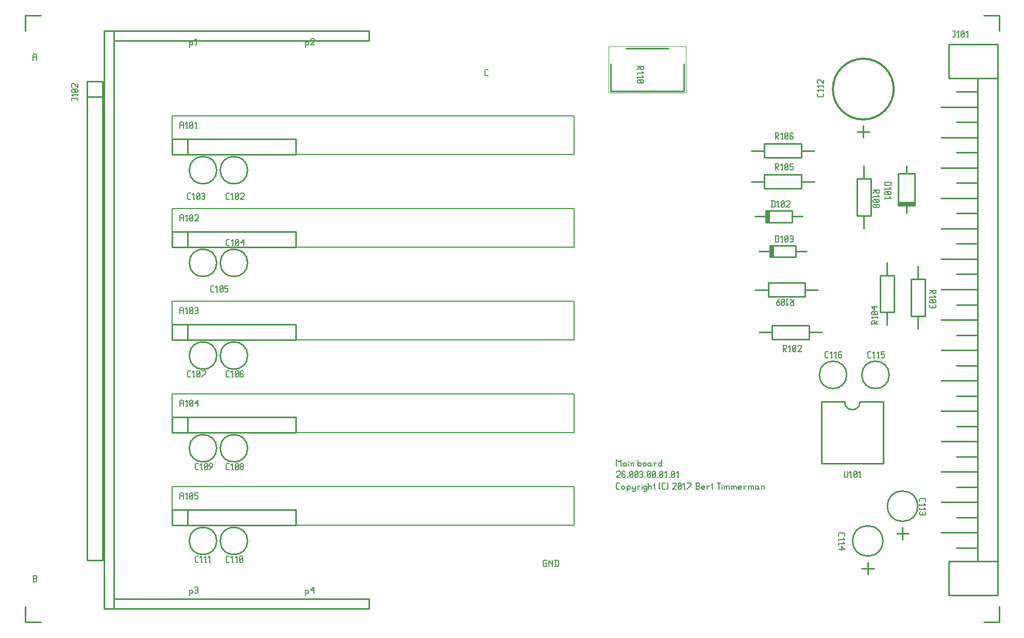
<source format=gto>
G04 start of page 10 for group -4079 idx -4079 *
G04 Title: 26.003.00.01.01.pcb, topsilk *
G04 Creator: pcb 4.1.2 *
G04 CreationDate: Sun Jul 29 08:17:15 2018 UTC *
G04 For: bert *
G04 Format: Gerber/RS-274X *
G04 PCB-Dimensions (mil): 6496.06 4133.86 *
G04 PCB-Coordinate-Origin: lower left *
%MOIN*%
%FSLAX25Y25*%
%LNGTO*%
%ADD90C,0.0000*%
%ADD89C,0.0120*%
%ADD88C,0.0080*%
%ADD87C,0.0100*%
G54D87*X222441Y29528D02*Y35827D01*
X51181Y29528D02*X222441D01*
X630000Y20886D02*Y30886D01*
Y20886D02*X620000D01*
G54D88*X355000Y348386D02*Y323386D01*
X175000D01*
X355000Y288386D02*Y263386D01*
X95000Y108386D02*X355000D01*
Y83386D01*
X175000D01*
G54D87*X0Y413386D02*X10000D01*
X51181Y403543D02*X222441D01*
X57480Y397244D02*X222441D01*
Y403543D02*Y397244D01*
X0Y413386D02*Y403386D01*
G54D88*X95000Y348386D02*X355000D01*
G54D87*X57480Y403543D02*Y29528D01*
G54D88*X95000Y333386D02*Y348386D01*
Y273386D02*Y288386D01*
Y213386D02*Y228386D01*
Y153386D02*Y168386D01*
G54D87*X51181Y403543D02*Y29528D01*
G54D88*X95000Y288386D02*X355000D01*
Y263386D02*X175000D01*
X95000Y228386D02*X355000D01*
Y203386D01*
X175000D01*
X95000Y168386D02*X355000D01*
Y143386D01*
X175000D01*
G54D87*X57480Y35827D02*X222441D01*
G54D88*X95000Y93386D02*Y108386D01*
X382500Y117886D02*X383000Y118386D01*
X384500D01*
X385000Y117886D01*
Y116886D01*
X382500Y114386D02*X385000Y116886D01*
X382500Y114386D02*X385000D01*
X387700Y118386D02*X388200Y117886D01*
X386700Y118386D02*X387700D01*
X386200Y117886D02*X386700Y118386D01*
X386200Y117886D02*Y114886D01*
X386700Y114386D01*
X387700Y116386D02*X388200Y115886D01*
X386200Y116386D02*X387700D01*
X386700Y114386D02*X387700D01*
X388200Y114886D01*
Y115886D02*Y114886D01*
X389400Y114386D02*X389900D01*
X391100Y114886D02*X391600Y114386D01*
X391100Y117886D02*Y114886D01*
Y117886D02*X391600Y118386D01*
X392600D01*
X393100Y117886D01*
Y114886D01*
X392600Y114386D02*X393100Y114886D01*
X391600Y114386D02*X392600D01*
X391100Y115386D02*X393100Y117386D01*
X394300Y114886D02*X394800Y114386D01*
X394300Y117886D02*Y114886D01*
Y117886D02*X394800Y118386D01*
X395800D01*
X396300Y117886D01*
Y114886D01*
X395800Y114386D02*X396300Y114886D01*
X394800Y114386D02*X395800D01*
X394300Y115386D02*X396300Y117386D01*
X397500Y117886D02*X398000Y118386D01*
X399000D01*
X399500Y117886D01*
Y114886D01*
X399000Y114386D02*X399500Y114886D01*
X398000Y114386D02*X399000D01*
X397500Y114886D02*X398000Y114386D01*
Y116386D02*X399500D01*
X400700Y114386D02*X401200D01*
X402400Y114886D02*X402900Y114386D01*
X402400Y117886D02*Y114886D01*
Y117886D02*X402900Y118386D01*
X403900D01*
X404400Y117886D01*
Y114886D01*
X403900Y114386D02*X404400Y114886D01*
X402900Y114386D02*X403900D01*
X402400Y115386D02*X404400Y117386D01*
X405600Y114886D02*X406100Y114386D01*
X405600Y117886D02*Y114886D01*
Y117886D02*X406100Y118386D01*
X407100D01*
X407600Y117886D01*
Y114886D01*
X407100Y114386D02*X407600Y114886D01*
X406100Y114386D02*X407100D01*
X405600Y115386D02*X407600Y117386D01*
X408800Y114386D02*X409300D01*
X410500Y114886D02*X411000Y114386D01*
X410500Y117886D02*Y114886D01*
Y117886D02*X411000Y118386D01*
X412000D01*
X412500Y117886D01*
Y114886D01*
X412000Y114386D02*X412500Y114886D01*
X411000Y114386D02*X412000D01*
X410500Y115386D02*X412500Y117386D01*
X414200Y114386D02*X415200D01*
X414700Y118386D02*Y114386D01*
X413700Y117386D02*X414700Y118386D01*
X416400Y114386D02*X416900D01*
X418100Y114886D02*X418600Y114386D01*
X418100Y117886D02*Y114886D01*
Y117886D02*X418600Y118386D01*
X419600D01*
X420100Y117886D01*
Y114886D01*
X419600Y114386D02*X420100Y114886D01*
X418600Y114386D02*X419600D01*
X418100Y115386D02*X420100Y117386D01*
X421800Y114386D02*X422800D01*
X422300Y118386D02*Y114386D01*
X421300Y117386D02*X422300Y118386D01*
X383000Y106886D02*X384500D01*
X382500Y107386D02*X383000Y106886D01*
X382500Y110386D02*Y107386D01*
Y110386D02*X383000Y110886D01*
X384500D01*
X385700Y108386D02*Y107386D01*
Y108386D02*X386200Y108886D01*
X387200D01*
X387700Y108386D01*
Y107386D01*
X387200Y106886D02*X387700Y107386D01*
X386200Y106886D02*X387200D01*
X385700Y107386D02*X386200Y106886D01*
X389400Y108386D02*Y105386D01*
X388900Y108886D02*X389400Y108386D01*
X389900Y108886D01*
X390900D01*
X391400Y108386D01*
Y107386D01*
X390900Y106886D02*X391400Y107386D01*
X389900Y106886D02*X390900D01*
X389400Y107386D02*X389900Y106886D01*
X392600Y108886D02*Y107386D01*
X393100Y106886D01*
X394600Y108886D02*Y105886D01*
X394100Y105386D02*X394600Y105886D01*
X393100Y105386D02*X394100D01*
X392600Y105886D02*X393100Y105386D01*
Y106886D02*X394100D01*
X394600Y107386D01*
X396300Y108386D02*Y106886D01*
Y108386D02*X396800Y108886D01*
X397800D01*
X395800D02*X396300Y108386D01*
X399000Y109886D02*Y109386D01*
Y108386D02*Y106886D01*
X401500Y108886D02*X402000Y108386D01*
X400500Y108886D02*X401500D01*
X400000Y108386D02*X400500Y108886D01*
X400000Y108386D02*Y107386D01*
X400500Y106886D01*
X401500D01*
X402000Y107386D01*
X400000Y105886D02*X400500Y105386D01*
X401500D01*
X402000Y105886D01*
Y108886D02*Y105886D01*
X403200Y110886D02*Y106886D01*
Y108386D02*X403700Y108886D01*
X404700D01*
X405200Y108386D01*
Y106886D01*
X406900Y110886D02*Y107386D01*
X407400Y106886D01*
X406400Y109386D02*X407400D01*
X410200Y107386D02*X410700Y106886D01*
X410200Y110386D02*X410700Y110886D01*
X410200Y110386D02*Y107386D01*
X412400Y106886D02*X413900D01*
X411900Y107386D02*X412400Y106886D01*
X411900Y110386D02*Y107386D01*
Y110386D02*X412400Y110886D01*
X413900D01*
X415100D02*X415600Y110386D01*
Y107386D01*
X415100Y106886D02*X415600Y107386D01*
X418600Y110386D02*X419100Y110886D01*
X420600D01*
X421100Y110386D01*
Y109386D01*
X418600Y106886D02*X421100Y109386D01*
X418600Y106886D02*X421100D01*
X422300Y107386D02*X422800Y106886D01*
X422300Y110386D02*Y107386D01*
Y110386D02*X422800Y110886D01*
X423800D01*
X424300Y110386D01*
Y107386D01*
X423800Y106886D02*X424300Y107386D01*
X422800Y106886D02*X423800D01*
X422300Y107886D02*X424300Y109886D01*
X426000Y106886D02*X427000D01*
X426500Y110886D02*Y106886D01*
X425500Y109886D02*X426500Y110886D01*
X428200Y106886D02*X430700Y109386D01*
Y110886D02*Y109386D01*
X428200Y110886D02*X430700D01*
X433700Y106886D02*X435700D01*
X436200Y107386D01*
Y108386D02*Y107386D01*
X435700Y108886D02*X436200Y108386D01*
X434200Y108886D02*X435700D01*
X434200Y110886D02*Y106886D01*
X433700Y110886D02*X435700D01*
X436200Y110386D01*
Y109386D01*
X435700Y108886D02*X436200Y109386D01*
X437900Y106886D02*X439400D01*
X437400Y107386D02*X437900Y106886D01*
X437400Y108386D02*Y107386D01*
Y108386D02*X437900Y108886D01*
X438900D01*
X439400Y108386D01*
X437400Y107886D02*X439400D01*
Y108386D02*Y107886D01*
X441100Y108386D02*Y106886D01*
Y108386D02*X441600Y108886D01*
X442600D01*
X440600D02*X441100Y108386D01*
X444300Y110886D02*Y107386D01*
X444800Y106886D01*
X443800Y109386D02*X444800D01*
X447600Y110886D02*X449600D01*
X448600D02*Y106886D01*
X450800Y109886D02*Y109386D01*
Y108386D02*Y106886D01*
X452300Y108386D02*Y106886D01*
Y108386D02*X452800Y108886D01*
X453300D01*
X453800Y108386D01*
Y106886D01*
Y108386D02*X454300Y108886D01*
X454800D01*
X455300Y108386D01*
Y106886D01*
X451800Y108886D02*X452300Y108386D01*
X457000D02*Y106886D01*
Y108386D02*X457500Y108886D01*
X458000D01*
X458500Y108386D01*
Y106886D01*
Y108386D02*X459000Y108886D01*
X459500D01*
X460000Y108386D01*
Y106886D01*
X456500Y108886D02*X457000Y108386D01*
X461700Y106886D02*X463200D01*
X461200Y107386D02*X461700Y106886D01*
X461200Y108386D02*Y107386D01*
Y108386D02*X461700Y108886D01*
X462700D01*
X463200Y108386D01*
X461200Y107886D02*X463200D01*
Y108386D02*Y107886D01*
X464900Y108386D02*Y106886D01*
Y108386D02*X465400Y108886D01*
X466400D01*
X464400D02*X464900Y108386D01*
X468100D02*Y106886D01*
Y108386D02*X468600Y108886D01*
X469100D01*
X469600Y108386D01*
Y106886D01*
Y108386D02*X470100Y108886D01*
X470600D01*
X471100Y108386D01*
Y106886D01*
X467600Y108886D02*X468100Y108386D01*
X473800Y108886D02*X474300Y108386D01*
X472800Y108886D02*X473800D01*
X472300Y108386D02*X472800Y108886D01*
X472300Y108386D02*Y107386D01*
X472800Y106886D01*
X474300Y108886D02*Y107386D01*
X474800Y106886D01*
X472800D02*X473800D01*
X474300Y107386D01*
X476500Y108386D02*Y106886D01*
Y108386D02*X477000Y108886D01*
X477500D01*
X478000Y108386D01*
Y106886D01*
X476000Y108886D02*X476500Y108386D01*
X382500Y125886D02*Y121886D01*
Y125886D02*X384000Y124386D01*
X385500Y125886D01*
Y121886D01*
X388200Y123886D02*X388700Y123386D01*
X387200Y123886D02*X388200D01*
X386700Y123386D02*X387200Y123886D01*
X386700Y123386D02*Y122386D01*
X387200Y121886D01*
X388700Y123886D02*Y122386D01*
X389200Y121886D01*
X387200D02*X388200D01*
X388700Y122386D01*
X390400Y124886D02*Y124386D01*
Y123386D02*Y121886D01*
X391900Y123386D02*Y121886D01*
Y123386D02*X392400Y123886D01*
X392900D01*
X393400Y123386D01*
Y121886D01*
X391400Y123886D02*X391900Y123386D01*
X396400Y125886D02*Y121886D01*
Y122386D02*X396900Y121886D01*
X397900D01*
X398400Y122386D01*
Y123386D02*Y122386D01*
X397900Y123886D02*X398400Y123386D01*
X396900Y123886D02*X397900D01*
X396400Y123386D02*X396900Y123886D01*
X399600Y123386D02*Y122386D01*
Y123386D02*X400100Y123886D01*
X401100D01*
X401600Y123386D01*
Y122386D01*
X401100Y121886D02*X401600Y122386D01*
X400100Y121886D02*X401100D01*
X399600Y122386D02*X400100Y121886D01*
X404300Y123886D02*X404800Y123386D01*
X403300Y123886D02*X404300D01*
X402800Y123386D02*X403300Y123886D01*
X402800Y123386D02*Y122386D01*
X403300Y121886D01*
X404800Y123886D02*Y122386D01*
X405300Y121886D01*
X403300D02*X404300D01*
X404800Y122386D01*
X407000Y123386D02*Y121886D01*
Y123386D02*X407500Y123886D01*
X408500D01*
X406500D02*X407000Y123386D01*
X411700Y125886D02*Y121886D01*
X411200D02*X411700Y122386D01*
X410200Y121886D02*X411200D01*
X409700Y122386D02*X410200Y121886D01*
X409700Y123386D02*Y122386D01*
Y123386D02*X410200Y123886D01*
X411200D01*
X411700Y123386D01*
G54D87*X0Y20886D02*Y30886D01*
Y20886D02*X10000D01*
X40000Y60886D02*X50000D01*
Y370886D02*Y60886D01*
X40000Y370886D02*Y60886D01*
Y360886D02*X50000D01*
X40000Y370886D02*X50000D01*
X143858Y133386D02*G75*G03X143858Y133386I-8858J0D01*G01*
X123858D02*G75*G03X123858Y133386I-8858J0D01*G01*
X143858Y193386D02*G75*G03X143858Y193386I-8858J0D01*G01*
X123858D02*G75*G03X123858Y193386I-8858J0D01*G01*
X143858Y313386D02*G75*G03X143858Y313386I-8858J0D01*G01*
X123858D02*G75*G03X123858Y313386I-8858J0D01*G01*
X143858Y253386D02*G75*G03X143858Y253386I-8858J0D01*G01*
X123858D02*G75*G03X123858Y253386I-8858J0D01*G01*
X143858Y73386D02*G75*G03X143858Y73386I-8858J0D01*G01*
X123858D02*G75*G03X123858Y73386I-8858J0D01*G01*
X630000Y413386D02*Y403386D01*
Y413386D02*X620000D01*
X547000Y307786D02*Y283986D01*
X538000Y307786D02*Y283986D01*
Y307786D02*X547000D01*
X538000Y283986D02*X547000D01*
X542500Y316186D02*Y307786D01*
Y283986D02*Y275586D01*
X538169Y338327D02*X546043D01*
X542106Y342264D02*Y334390D01*
G54D89*Y346201D02*G75*G03X542106Y346201I0J19685D01*G01*
G54D87*X564700Y292686D02*X575300D01*
X564700Y292186D02*X575300D01*
X564700Y291686D02*X575300D01*
X564700Y291186D02*X575300D01*
Y311086D02*Y290686D01*
X564700Y311086D02*Y290686D01*
Y311086D02*X575300D01*
X564700Y290686D02*X575300D01*
X570000Y316186D02*Y311086D01*
Y290686D02*Y285586D01*
X541063Y55670D02*X548937D01*
X545000Y59607D02*Y51733D01*
Y63544D02*G75*G03X545000Y63544I0J9843D01*G01*
X558858Y180886D02*G75*G03X558858Y180886I-8858J0D01*G01*
X563563Y78170D02*X571437D01*
X567500Y82107D02*Y74233D01*
Y86044D02*G75*G03X567500Y86044I0J9843D01*G01*
X483600Y264586D02*Y257186D01*
X483100Y264586D02*Y257186D01*
X482600Y264586D02*Y257186D01*
X482100Y264586D02*Y257186D01*
X481600D02*X498400D01*
X481600Y264586D02*X498400D01*
Y257186D01*
X481600Y264586D02*Y257186D01*
X498400Y260886D02*X505300D01*
X474700D02*X481600D01*
X480600Y231386D02*X504400D01*
X480600Y240386D02*X504400D01*
Y231386D01*
X480600Y240386D02*Y231386D01*
X504400Y235886D02*X512800D01*
X472200D02*X480600D01*
X481100Y287086D02*Y279686D01*
X480600Y287086D02*Y279686D01*
X480100Y287086D02*Y279686D01*
X479600Y287086D02*Y279686D01*
X479100D02*X495900D01*
X479100Y287086D02*X495900D01*
Y279686D01*
X479100Y287086D02*Y279686D01*
X495900Y283386D02*X502800D01*
X472200D02*X479100D01*
X597242Y60237D02*X629132D01*
X597242D02*Y38190D01*
X629132D01*
X597242Y372836D02*X629132D01*
X597242Y394883D02*Y372836D01*
Y394883D02*X629132D01*
X602360Y68899D02*X616140D01*
X592518Y78741D02*X616140D01*
X615746Y108269D02*X616140Y107875D01*
X602360Y108269D02*X615746D01*
X592518Y314961D02*X616139D01*
X602360Y324804D02*X616140D01*
X602360Y344489D02*X616140D01*
X592518Y354332D02*X616140D01*
X592518Y98426D02*X616140D01*
X602360Y88584D02*X616140D01*
X592518Y137796D02*X616140D01*
X602360Y127954D02*X616140D01*
X592518Y118111D02*X616140D01*
X602360Y167324D02*X616140D01*
X592518Y157481D02*X616140D01*
X602360Y147639D02*X616140D01*
X592518Y196852D02*X616140D01*
X602360Y187009D02*X616140D01*
X592518Y177167D02*X616140D01*
X602360Y226379D02*X616140D01*
X592518Y216537D02*X616140D01*
X602360Y206694D02*X616140D01*
X602360Y246064D02*X616140D01*
X592518Y295276D02*X616139D01*
X616140Y295277D01*
X602360Y305119D02*X616140D01*
X616139Y314961D02*X616140Y314962D01*
X592518Y255906D02*X616139D01*
X616140Y255907D01*
X602360Y265749D02*X616140D01*
X616139Y275591D02*X616140Y275592D01*
X616139Y236221D02*X616140Y236222D01*
X592518Y275591D02*X616139D01*
X602360Y285434D02*X616140D01*
X592518Y236221D02*X616139D01*
X602360Y364174D02*X616140D01*
X592518Y334647D02*X616140D01*
Y372836D02*Y60237D01*
X629132Y394883D02*Y38190D01*
X553000Y245286D02*Y221486D01*
X562000Y245286D02*Y221486D01*
X553000D02*X562000D01*
X553000Y245286D02*X562000D01*
X557500Y221486D02*Y213086D01*
Y253686D02*Y245286D01*
X573000Y242786D02*Y218986D01*
X582000Y242786D02*Y218986D01*
X573000D02*X582000D01*
X573000Y242786D02*X582000D01*
X577500Y218986D02*Y210586D01*
Y251186D02*Y242786D01*
X531358Y180886D02*G75*G03X531358Y180886I-8858J0D01*G01*
X540000Y163386D02*X555000D01*
X515000D02*X530000D01*
X555000Y123386D02*Y163386D01*
X515000Y123386D02*X555000D01*
X515000Y163386D02*Y123386D01*
X530000Y163386D02*G75*G03X540000Y163386I5000J0D01*G01*
G54D90*X427500Y393386D02*Y363386D01*
X377500Y393386D02*X427500D01*
X377500D02*Y363386D01*
X427500D01*
G54D87*X426122Y382165D02*Y364606D01*
X388878Y392165D02*X416122D01*
X378878Y382165D02*Y364606D01*
X426122D01*
X483100Y203886D02*X506900D01*
X483100Y212886D02*X506900D01*
Y203886D01*
X483100Y212886D02*Y203886D01*
X506900Y208386D02*X515300D01*
X474700D02*X483100D01*
X175000Y213386D02*Y203386D01*
X95000Y213386D02*X175000D01*
X95000Y203386D02*X175000D01*
X105000Y213386D02*Y203386D01*
X95000Y213386D02*Y203386D01*
X478100Y301386D02*X501900D01*
X478100Y310386D02*X501900D01*
Y301386D01*
X478100Y310386D02*Y301386D01*
X501900Y305886D02*X510300D01*
X478100D02*X469700D01*
X478100Y321386D02*X501900D01*
X478100Y330386D02*X501900D01*
Y321386D01*
X478100Y330386D02*Y321386D01*
X501900Y325886D02*X510300D01*
X478100D02*X469700D01*
X175000Y333386D02*Y323386D01*
X95000Y333386D02*X175000D01*
X95000Y323386D02*X175000D01*
X105000Y333386D02*Y323386D01*
X95000Y333386D02*Y323386D01*
X175000Y273386D02*Y263386D01*
X95000Y273386D02*X175000D01*
X95000Y263386D02*X175000D01*
X105000Y273386D02*Y263386D01*
X95000Y273386D02*Y263386D01*
X175000Y153386D02*Y143386D01*
X95000Y153386D02*X175000D01*
X95000Y143386D02*X175000D01*
X105000Y153386D02*Y143386D01*
X95000Y153386D02*Y143386D01*
X175000Y93386D02*Y83386D01*
X95000Y93386D02*X175000D01*
X95000Y83386D02*X175000D01*
X105000Y93386D02*Y83386D01*
X95000Y93386D02*Y83386D01*
G54D88*X5000Y46886D02*X7000D01*
X7500Y47386D01*
Y48386D02*Y47386D01*
X7000Y48886D02*X7500Y48386D01*
X5500Y48886D02*X7000D01*
X5500Y50886D02*Y46886D01*
X5000Y50886D02*X7000D01*
X7500Y50386D01*
Y49386D01*
X7000Y48886D02*X7500Y49386D01*
X130500Y179386D02*X132000D01*
X130000Y179886D02*X130500Y179386D01*
X130000Y182886D02*Y179886D01*
Y182886D02*X130500Y183386D01*
X132000D01*
X133700Y179386D02*X134700D01*
X134200Y183386D02*Y179386D01*
X133200Y182386D02*X134200Y183386D01*
X135900Y179886D02*X136400Y179386D01*
X135900Y182886D02*Y179886D01*
Y182886D02*X136400Y183386D01*
X137400D01*
X137900Y182886D01*
Y179886D01*
X137400Y179386D02*X137900Y179886D01*
X136400Y179386D02*X137400D01*
X135900Y180386D02*X137900Y182386D01*
X140600Y183386D02*X141100Y182886D01*
X139600Y183386D02*X140600D01*
X139100Y182886D02*X139600Y183386D01*
X139100Y182886D02*Y179886D01*
X139600Y179386D01*
X140600Y181386D02*X141100Y180886D01*
X139100Y181386D02*X140600D01*
X139600Y179386D02*X140600D01*
X141100Y179886D01*
Y180886D02*Y179886D01*
X105500Y179386D02*X107000D01*
X105000Y179886D02*X105500Y179386D01*
X105000Y182886D02*Y179886D01*
Y182886D02*X105500Y183386D01*
X107000D01*
X108700Y179386D02*X109700D01*
X109200Y183386D02*Y179386D01*
X108200Y182386D02*X109200Y183386D01*
X110900Y179886D02*X111400Y179386D01*
X110900Y182886D02*Y179886D01*
Y182886D02*X111400Y183386D01*
X112400D01*
X112900Y182886D01*
Y179886D01*
X112400Y179386D02*X112900Y179886D01*
X111400Y179386D02*X112400D01*
X110900Y180386D02*X112900Y182386D01*
X114100Y179386D02*X116600Y181886D01*
Y183386D02*Y181886D01*
X114100Y183386D02*X116600D01*
X106500Y40886D02*Y37886D01*
X106000Y41386D02*X106500Y40886D01*
X107000Y41386D01*
X108000D01*
X108500Y40886D01*
Y39886D01*
X108000Y39386D02*X108500Y39886D01*
X107000Y39386D02*X108000D01*
X106500Y39886D02*X107000Y39386D01*
X109700Y42886D02*X110200Y43386D01*
X111200D01*
X111700Y42886D01*
Y39886D01*
X111200Y39386D02*X111700Y39886D01*
X110200Y39386D02*X111200D01*
X109700Y39886D02*X110200Y39386D01*
Y41386D02*X111700D01*
X130500Y119386D02*X132000D01*
X130000Y119886D02*X130500Y119386D01*
X130000Y122886D02*Y119886D01*
Y122886D02*X130500Y123386D01*
X132000D01*
X133700Y119386D02*X134700D01*
X134200Y123386D02*Y119386D01*
X133200Y122386D02*X134200Y123386D01*
X135900Y119886D02*X136400Y119386D01*
X135900Y122886D02*Y119886D01*
Y122886D02*X136400Y123386D01*
X137400D01*
X137900Y122886D01*
Y119886D01*
X137400Y119386D02*X137900Y119886D01*
X136400Y119386D02*X137400D01*
X135900Y120386D02*X137900Y122386D01*
X139100Y119886D02*X139600Y119386D01*
X139100Y120886D02*Y119886D01*
Y120886D02*X139600Y121386D01*
X140600D01*
X141100Y120886D01*
Y119886D01*
X140600Y119386D02*X141100Y119886D01*
X139600Y119386D02*X140600D01*
X139100Y121886D02*X139600Y121386D01*
X139100Y122886D02*Y121886D01*
Y122886D02*X139600Y123386D01*
X140600D01*
X141100Y122886D01*
Y121886D01*
X140600Y121386D02*X141100Y121886D01*
X110500Y119386D02*X112000D01*
X110000Y119886D02*X110500Y119386D01*
X110000Y122886D02*Y119886D01*
Y122886D02*X110500Y123386D01*
X112000D01*
X113700Y119386D02*X114700D01*
X114200Y123386D02*Y119386D01*
X113200Y122386D02*X114200Y123386D01*
X115900Y119886D02*X116400Y119386D01*
X115900Y122886D02*Y119886D01*
Y122886D02*X116400Y123386D01*
X117400D01*
X117900Y122886D01*
Y119886D01*
X117400Y119386D02*X117900Y119886D01*
X116400Y119386D02*X117400D01*
X115900Y120386D02*X117900Y122386D01*
X119100Y119386D02*X121100Y121386D01*
Y122886D02*Y121386D01*
X120600Y123386D02*X121100Y122886D01*
X119600Y123386D02*X120600D01*
X119100Y122886D02*X119600Y123386D01*
X119100Y122886D02*Y121886D01*
X119600Y121386D01*
X121100D01*
X130500Y59386D02*X132000D01*
X130000Y59886D02*X130500Y59386D01*
X130000Y62886D02*Y59886D01*
Y62886D02*X130500Y63386D01*
X132000D01*
X133700Y59386D02*X134700D01*
X134200Y63386D02*Y59386D01*
X133200Y62386D02*X134200Y63386D01*
X136400Y59386D02*X137400D01*
X136900Y63386D02*Y59386D01*
X135900Y62386D02*X136900Y63386D01*
X138600Y59886D02*X139100Y59386D01*
X138600Y62886D02*Y59886D01*
Y62886D02*X139100Y63386D01*
X140100D01*
X140600Y62886D01*
Y59886D01*
X140100Y59386D02*X140600Y59886D01*
X139100Y59386D02*X140100D01*
X138600Y60386D02*X140600Y62386D01*
X110421Y59386D02*X111921D01*
X109921Y59886D02*X110421Y59386D01*
X109921Y62886D02*Y59886D01*
Y62886D02*X110421Y63386D01*
X111921D01*
X113621Y59386D02*X114621D01*
X114121Y63386D02*Y59386D01*
X113121Y62386D02*X114121Y63386D01*
X116321Y59386D02*X117321D01*
X116821Y63386D02*Y59386D01*
X115821Y62386D02*X116821Y63386D01*
X119021Y59386D02*X120021D01*
X119521Y63386D02*Y59386D01*
X118521Y62386D02*X119521Y63386D01*
X100000Y163886D02*Y160386D01*
Y163886D02*X100500Y164386D01*
X102000D01*
X102500Y163886D01*
Y160386D01*
X100000Y162386D02*X102500D01*
X104200Y160386D02*X105200D01*
X104700Y164386D02*Y160386D01*
X103700Y163386D02*X104700Y164386D01*
X106400Y160886D02*X106900Y160386D01*
X106400Y163886D02*Y160886D01*
Y163886D02*X106900Y164386D01*
X107900D01*
X108400Y163886D01*
Y160886D01*
X107900Y160386D02*X108400Y160886D01*
X106900Y160386D02*X107900D01*
X106400Y161386D02*X108400Y163386D01*
X109600Y162386D02*X111600Y164386D01*
X109600Y162386D02*X112100D01*
X111600Y164386D02*Y160386D01*
X100000Y103886D02*Y100386D01*
Y103886D02*X100500Y104386D01*
X102000D01*
X102500Y103886D01*
Y100386D01*
X100000Y102386D02*X102500D01*
X104200Y100386D02*X105200D01*
X104700Y104386D02*Y100386D01*
X103700Y103386D02*X104700Y104386D01*
X106400Y100886D02*X106900Y100386D01*
X106400Y103886D02*Y100886D01*
Y103886D02*X106900Y104386D01*
X107900D01*
X108400Y103886D01*
Y100886D01*
X107900Y100386D02*X108400Y100886D01*
X106900Y100386D02*X107900D01*
X106400Y101386D02*X108400Y103386D01*
X109600Y104386D02*X111600D01*
X109600D02*Y102386D01*
X110100Y102886D01*
X111100D01*
X111600Y102386D01*
Y100886D01*
X111100Y100386D02*X111600Y100886D01*
X110100Y100386D02*X111100D01*
X109600Y100886D02*X110100Y100386D01*
X337000Y60886D02*X337500Y60386D01*
X335500Y60886D02*X337000D01*
X335000Y60386D02*X335500Y60886D01*
X335000Y60386D02*Y57386D01*
X335500Y56886D01*
X337000D01*
X337500Y57386D01*
Y58386D02*Y57386D01*
X337000Y58886D02*X337500Y58386D01*
X336000Y58886D02*X337000D01*
X338700Y60886D02*Y56886D01*
Y60886D02*Y60386D01*
X341200Y57886D01*
Y60886D02*Y56886D01*
X342900Y60886D02*Y56886D01*
X344400Y60886D02*X344900Y60386D01*
Y57386D01*
X344400Y56886D02*X344900Y57386D01*
X342400Y56886D02*X344400D01*
X342400Y60886D02*X344400D01*
X181500Y40886D02*Y37886D01*
X181000Y41386D02*X181500Y40886D01*
X182000Y41386D01*
X183000D01*
X183500Y40886D01*
Y39886D01*
X183000Y39386D02*X183500Y39886D01*
X182000Y39386D02*X183000D01*
X181500Y39886D02*X182000Y39386D01*
X184700Y41386D02*X186700Y43386D01*
X184700Y41386D02*X187200D01*
X186700Y43386D02*Y39386D01*
X552500Y300886D02*Y298886D01*
X552000Y298386D01*
X551000D02*X552000D01*
X550500Y298886D02*X551000Y298386D01*
X550500Y300386D02*Y298886D01*
X548500Y300386D02*X552500D01*
X550500D02*X548500Y298386D01*
Y296686D02*Y295686D01*
Y296186D02*X552500D01*
X551500Y297186D02*X552500Y296186D01*
X549000Y294486D02*X548500Y293986D01*
X549000Y294486D02*X552000D01*
X552500Y293986D01*
Y292986D01*
X552000Y292486D01*
X549000D02*X552000D01*
X548500Y292986D02*X549000Y292486D01*
X548500Y293986D02*Y292986D01*
X549500Y294486D02*X551500Y292486D01*
X549000Y291286D02*X548500Y290786D01*
X549000Y291286D02*X550000D01*
X550500Y290786D01*
Y289786D01*
X550000Y289286D01*
X549000D02*X550000D01*
X548500Y289786D02*X549000Y289286D01*
X548500Y290786D02*Y289786D01*
X551000Y291286D02*X550500Y290786D01*
X551000Y291286D02*X552000D01*
X552500Y290786D01*
Y289786D01*
X552000Y289286D01*
X551000D02*X552000D01*
X550500Y289786D02*X551000Y289286D01*
X516500Y362886D02*Y361386D01*
X516000Y360886D02*X516500Y361386D01*
X513000Y360886D02*X516000D01*
X513000D02*X512500Y361386D01*
Y362886D02*Y361386D01*
X516500Y365586D02*Y364586D01*
X512500Y365086D02*X516500D01*
X513500Y364086D02*X512500Y365086D01*
X516500Y368286D02*Y367286D01*
X512500Y367786D02*X516500D01*
X513500Y366786D02*X512500Y367786D01*
X513000Y369486D02*X512500Y369986D01*
Y371486D02*Y369986D01*
Y371486D02*X513000Y371986D01*
X514000D01*
X516500Y369486D02*X514000Y371986D01*
X516500D02*Y369486D01*
X556000Y305386D02*X560000D01*
Y303886D02*X559500Y303386D01*
X556500D02*X559500D01*
X556000Y303886D02*X556500Y303386D01*
X556000Y305886D02*Y303886D01*
X560000Y305886D02*Y303886D01*
X556000Y301686D02*Y300686D01*
Y301186D02*X560000D01*
X559000Y302186D02*X560000Y301186D01*
X556500Y299486D02*X556000Y298986D01*
X556500Y299486D02*X559500D01*
X560000Y298986D01*
Y297986D01*
X559500Y297486D01*
X556500D02*X559500D01*
X556000Y297986D02*X556500Y297486D01*
X556000Y298986D02*Y297986D01*
X557000Y299486D02*X559000Y297486D01*
X556000Y295786D02*Y294786D01*
Y295286D02*X560000D01*
X559000Y296286D02*X560000Y295286D01*
X600000Y403386D02*X601500D01*
Y399886D01*
X601000Y399386D02*X601500Y399886D01*
X600500Y399386D02*X601000D01*
X600000Y399886D02*X600500Y399386D01*
X603200D02*X604200D01*
X603700Y403386D02*Y399386D01*
X602700Y402386D02*X603700Y403386D01*
X605400Y399886D02*X605900Y399386D01*
X605400Y402886D02*Y399886D01*
Y402886D02*X605900Y403386D01*
X606900D01*
X607400Y402886D01*
Y399886D01*
X606900Y399386D02*X607400Y399886D01*
X605900Y399386D02*X606900D01*
X605400Y400386D02*X607400Y402386D01*
X609100Y399386D02*X610100D01*
X609600Y403386D02*Y399386D01*
X608600Y402386D02*X609600Y403386D01*
X526000Y77886D02*Y76386D01*
X526500Y78386D02*X526000Y77886D01*
X526500Y78386D02*X529500D01*
X530000Y77886D01*
Y76386D01*
X526000Y74686D02*Y73686D01*
Y74186D02*X530000D01*
X529000Y75186D02*X530000Y74186D01*
X526000Y71986D02*Y70986D01*
Y71486D02*X530000D01*
X529000Y72486D02*X530000Y71486D01*
X528000Y69786D02*X530000Y67786D01*
X528000Y69786D02*Y67286D01*
X526000Y67786D02*X530000D01*
X545500Y191886D02*X547000D01*
X545000Y192386D02*X545500Y191886D01*
X545000Y195386D02*Y192386D01*
Y195386D02*X545500Y195886D01*
X547000D01*
X548700Y191886D02*X549700D01*
X549200Y195886D02*Y191886D01*
X548200Y194886D02*X549200Y195886D01*
X551400Y191886D02*X552400D01*
X551900Y195886D02*Y191886D01*
X550900Y194886D02*X551900Y195886D01*
X553600D02*X555600D01*
X553600D02*Y193886D01*
X554100Y194386D01*
X555100D01*
X555600Y193886D01*
Y192386D01*
X555100Y191886D02*X555600Y192386D01*
X554100Y191886D02*X555100D01*
X553600Y192386D02*X554100Y191886D01*
X578500Y100386D02*Y98886D01*
X579000Y100886D02*X578500Y100386D01*
X579000Y100886D02*X582000D01*
X582500Y100386D01*
Y98886D01*
X578500Y97186D02*Y96186D01*
Y96686D02*X582500D01*
X581500Y97686D02*X582500Y96686D01*
X578500Y94486D02*Y93486D01*
Y93986D02*X582500D01*
X581500Y94986D02*X582500Y93986D01*
X582000Y92286D02*X582500Y91786D01*
Y90786D01*
X582000Y90286D01*
X579000D02*X582000D01*
X578500Y90786D02*X579000Y90286D01*
X578500Y91786D02*Y90786D01*
X579000Y92286D02*X578500Y91786D01*
X580500D02*Y90286D01*
X530000Y118386D02*Y114886D01*
X530500Y114386D01*
X531500D01*
X532000Y114886D01*
Y118386D02*Y114886D01*
X533700Y114386D02*X534700D01*
X534200Y118386D02*Y114386D01*
X533200Y117386D02*X534200Y118386D01*
X535900Y114886D02*X536400Y114386D01*
X535900Y117886D02*Y114886D01*
Y117886D02*X536400Y118386D01*
X537400D01*
X537900Y117886D01*
Y114886D01*
X537400Y114386D02*X537900Y114886D01*
X536400Y114386D02*X537400D01*
X535900Y115386D02*X537900Y117386D01*
X539600Y114386D02*X540600D01*
X540100Y118386D02*Y114386D01*
X539100Y117386D02*X540100Y118386D01*
X485500Y270886D02*Y266886D01*
X487000Y270886D02*X487500Y270386D01*
Y267386D01*
X487000Y266886D02*X487500Y267386D01*
X485000Y266886D02*X487000D01*
X485000Y270886D02*X487000D01*
X489200Y266886D02*X490200D01*
X489700Y270886D02*Y266886D01*
X488700Y269886D02*X489700Y270886D01*
X491400Y267386D02*X491900Y266886D01*
X491400Y270386D02*Y267386D01*
Y270386D02*X491900Y270886D01*
X492900D01*
X493400Y270386D01*
Y267386D01*
X492900Y266886D02*X493400Y267386D01*
X491900Y266886D02*X492900D01*
X491400Y267886D02*X493400Y269886D01*
X494600Y270386D02*X495100Y270886D01*
X496100D01*
X496600Y270386D01*
Y267386D01*
X496100Y266886D02*X496600Y267386D01*
X495100Y266886D02*X496100D01*
X494600Y267386D02*X495100Y266886D01*
Y268886D02*X496600D01*
X495500Y225886D02*X497500D01*
X495500D02*X495000Y226386D01*
Y227386D02*Y226386D01*
X495500Y227886D02*X495000Y227386D01*
X495500Y227886D02*X497000D01*
Y229886D02*Y225886D01*
Y227886D02*X495000Y229886D01*
X492300D02*X493300D01*
X492800D02*Y225886D01*
X493800Y226886D02*X492800Y225886D01*
X491100Y229386D02*X490600Y229886D01*
X491100Y229386D02*Y226386D01*
X490600Y225886D01*
X489600D02*X490600D01*
X489600D02*X489100Y226386D01*
Y229386D02*Y226386D01*
X489600Y229886D02*X489100Y229386D01*
X489600Y229886D02*X490600D01*
X491100Y228886D02*X489100Y226886D01*
X487900Y229886D02*X485900Y227886D01*
Y226386D01*
X486400Y225886D02*X485900Y226386D01*
X486400Y225886D02*X487400D01*
X487900Y226386D02*X487400Y225886D01*
X487900Y227386D02*Y226386D01*
Y227386D02*X487400Y227886D01*
X485900D02*X487400D01*
X483000Y293386D02*Y289386D01*
X484500Y293386D02*X485000Y292886D01*
Y289886D01*
X484500Y289386D02*X485000Y289886D01*
X482500Y289386D02*X484500D01*
X482500Y293386D02*X484500D01*
X486700Y289386D02*X487700D01*
X487200Y293386D02*Y289386D01*
X486200Y292386D02*X487200Y293386D01*
X488900Y289886D02*X489400Y289386D01*
X488900Y292886D02*Y289886D01*
Y292886D02*X489400Y293386D01*
X490400D01*
X490900Y292886D01*
Y289886D01*
X490400Y289386D02*X490900Y289886D01*
X489400Y289386D02*X490400D01*
X488900Y290386D02*X490900Y292386D01*
X492100Y292886D02*X492600Y293386D01*
X494100D01*
X494600Y292886D01*
Y291886D01*
X492100Y289386D02*X494600Y291886D01*
X492100Y289386D02*X494600D01*
X490000Y199886D02*X492000D01*
X492500Y199386D01*
Y198386D01*
X492000Y197886D02*X492500Y198386D01*
X490500Y197886D02*X492000D01*
X490500Y199886D02*Y195886D01*
Y197886D02*X492500Y195886D01*
X494200D02*X495200D01*
X494700Y199886D02*Y195886D01*
X493700Y198886D02*X494700Y199886D01*
X496400Y196386D02*X496900Y195886D01*
X496400Y199386D02*Y196386D01*
Y199386D02*X496900Y199886D01*
X497900D01*
X498400Y199386D01*
Y196386D01*
X497900Y195886D02*X498400Y196386D01*
X496900Y195886D02*X497900D01*
X496400Y196886D02*X498400Y198886D01*
X499600Y199386D02*X500100Y199886D01*
X501600D01*
X502100Y199386D01*
Y198386D01*
X499600Y195886D02*X502100Y198386D01*
X499600Y195886D02*X502100D01*
X485000Y317386D02*X487000D01*
X487500Y316886D01*
Y315886D01*
X487000Y315386D02*X487500Y315886D01*
X485500Y315386D02*X487000D01*
X485500Y317386D02*Y313386D01*
Y315386D02*X487500Y313386D01*
X489200D02*X490200D01*
X489700Y317386D02*Y313386D01*
X488700Y316386D02*X489700Y317386D01*
X491400Y313886D02*X491900Y313386D01*
X491400Y316886D02*Y313886D01*
Y316886D02*X491900Y317386D01*
X492900D01*
X493400Y316886D01*
Y313886D01*
X492900Y313386D02*X493400Y313886D01*
X491900Y313386D02*X492900D01*
X491400Y314386D02*X493400Y316386D01*
X494600Y317386D02*X496600D01*
X494600D02*Y315386D01*
X495100Y315886D01*
X496100D01*
X496600Y315386D01*
Y313886D01*
X496100Y313386D02*X496600Y313886D01*
X495100Y313386D02*X496100D01*
X494600Y313886D02*X495100Y313386D01*
X518000Y191886D02*X519500D01*
X517500Y192386D02*X518000Y191886D01*
X517500Y195386D02*Y192386D01*
Y195386D02*X518000Y195886D01*
X519500D01*
X521200Y191886D02*X522200D01*
X521700Y195886D02*Y191886D01*
X520700Y194886D02*X521700Y195886D01*
X523900Y191886D02*X524900D01*
X524400Y195886D02*Y191886D01*
X523400Y194886D02*X524400Y195886D01*
X527600D02*X528100Y195386D01*
X526600Y195886D02*X527600D01*
X526100Y195386D02*X526600Y195886D01*
X526100Y195386D02*Y192386D01*
X526600Y191886D01*
X527600Y193886D02*X528100Y193386D01*
X526100Y193886D02*X527600D01*
X526600Y191886D02*X527600D01*
X528100Y192386D01*
Y193386D02*Y192386D01*
X547500Y215386D02*Y213386D01*
Y215386D02*X548000Y215886D01*
X549000D01*
X549500Y215386D02*X549000Y215886D01*
X549500Y215386D02*Y213886D01*
X547500D02*X551500D01*
X549500D02*X551500Y215886D01*
Y218586D02*Y217586D01*
X547500Y218086D02*X551500D01*
X548500Y217086D02*X547500Y218086D01*
X551000Y219786D02*X551500Y220286D01*
X548000Y219786D02*X551000D01*
X548000D02*X547500Y220286D01*
Y221286D02*Y220286D01*
Y221286D02*X548000Y221786D01*
X551000D01*
X551500Y221286D02*X551000Y221786D01*
X551500Y221286D02*Y220286D01*
X550500Y219786D02*X548500Y221786D01*
X549500Y222986D02*X547500Y224986D01*
X549500Y225486D02*Y222986D01*
X547500Y224986D02*X551500D01*
X589000Y235886D02*Y233886D01*
X588500Y233386D01*
X587500D02*X588500D01*
X587000Y233886D02*X587500Y233386D01*
X587000Y235386D02*Y233886D01*
X585000Y235386D02*X589000D01*
X587000D02*X585000Y233386D01*
Y231686D02*Y230686D01*
Y231186D02*X589000D01*
X588000Y232186D02*X589000Y231186D01*
X585500Y229486D02*X585000Y228986D01*
X585500Y229486D02*X588500D01*
X589000Y228986D01*
Y227986D01*
X588500Y227486D01*
X585500D02*X588500D01*
X585000Y227986D02*X585500Y227486D01*
X585000Y228986D02*Y227986D01*
X586000Y229486D02*X588000Y227486D01*
X588500Y226286D02*X589000Y225786D01*
Y224786D01*
X588500Y224286D01*
X585500D02*X588500D01*
X585000Y224786D02*X585500Y224286D01*
X585000Y225786D02*Y224786D01*
X585500Y226286D02*X585000Y225786D01*
X587000D02*Y224286D01*
X485000Y337386D02*X487000D01*
X487500Y336886D01*
Y335886D01*
X487000Y335386D02*X487500Y335886D01*
X485500Y335386D02*X487000D01*
X485500Y337386D02*Y333386D01*
Y335386D02*X487500Y333386D01*
X489200D02*X490200D01*
X489700Y337386D02*Y333386D01*
X488700Y336386D02*X489700Y337386D01*
X491400Y333886D02*X491900Y333386D01*
X491400Y336886D02*Y333886D01*
Y336886D02*X491900Y337386D01*
X492900D01*
X493400Y336886D01*
Y333886D01*
X492900Y333386D02*X493400Y333886D01*
X491900Y333386D02*X492900D01*
X491400Y334386D02*X493400Y336386D01*
X496100Y337386D02*X496600Y336886D01*
X495100Y337386D02*X496100D01*
X494600Y336886D02*X495100Y337386D01*
X494600Y336886D02*Y333886D01*
X495100Y333386D01*
X496100Y335386D02*X496600Y334886D01*
X494600Y335386D02*X496100D01*
X495100Y333386D02*X496100D01*
X496600Y333886D01*
Y334886D02*Y333886D01*
X400000Y380886D02*Y378886D01*
X399500Y378386D01*
X398500D02*X399500D01*
X398000Y378886D02*X398500Y378386D01*
X398000Y380386D02*Y378886D01*
X396000Y380386D02*X400000D01*
X398000D02*X396000Y378386D01*
Y376686D02*Y375686D01*
Y376186D02*X400000D01*
X399000Y377186D02*X400000Y376186D01*
X396000Y373986D02*Y372986D01*
Y373486D02*X400000D01*
X399000Y374486D02*X400000Y373486D01*
X396500Y371786D02*X396000Y371286D01*
X396500Y371786D02*X399500D01*
X400000Y371286D01*
Y370286D01*
X399500Y369786D01*
X396500D02*X399500D01*
X396000Y370286D02*X396500Y369786D01*
X396000Y371286D02*Y370286D01*
X397000Y371786D02*X399000Y369786D01*
X298000Y374386D02*X299500D01*
X297500Y374886D02*X298000Y374386D01*
X297500Y377886D02*Y374886D01*
Y377886D02*X298000Y378386D01*
X299500D01*
X106500Y395886D02*Y392886D01*
X106000Y396386D02*X106500Y395886D01*
X107000Y396386D01*
X108000D01*
X108500Y395886D01*
Y394886D01*
X108000Y394386D02*X108500Y394886D01*
X107000Y394386D02*X108000D01*
X106500Y394886D02*X107000Y394386D01*
X110200D02*X111200D01*
X110700Y398386D02*Y394386D01*
X109700Y397386D02*X110700Y398386D01*
X181500Y395886D02*Y392886D01*
X181000Y396386D02*X181500Y395886D01*
X182000Y396386D01*
X183000D01*
X183500Y395886D01*
Y394886D01*
X183000Y394386D02*X183500Y394886D01*
X182000Y394386D02*X183000D01*
X181500Y394886D02*X182000Y394386D01*
X184700Y397886D02*X185200Y398386D01*
X186700D01*
X187200Y397886D01*
Y396886D01*
X184700Y394386D02*X187200Y396886D01*
X184700Y394386D02*X187200D01*
X130658Y264544D02*X132158D01*
X130158Y265044D02*X130658Y264544D01*
X130158Y268044D02*Y265044D01*
Y268044D02*X130658Y268544D01*
X132158D01*
X133858Y264544D02*X134858D01*
X134358Y268544D02*Y264544D01*
X133358Y267544D02*X134358Y268544D01*
X136058Y265044D02*X136558Y264544D01*
X136058Y268044D02*Y265044D01*
Y268044D02*X136558Y268544D01*
X137558D01*
X138058Y268044D01*
Y265044D01*
X137558Y264544D02*X138058Y265044D01*
X136558Y264544D02*X137558D01*
X136058Y265544D02*X138058Y267544D01*
X139258Y266544D02*X141258Y268544D01*
X139258Y266544D02*X141758D01*
X141258Y268544D02*Y264544D01*
X120500Y234386D02*X122000D01*
X120000Y234886D02*X120500Y234386D01*
X120000Y237886D02*Y234886D01*
Y237886D02*X120500Y238386D01*
X122000D01*
X123700Y234386D02*X124700D01*
X124200Y238386D02*Y234386D01*
X123200Y237386D02*X124200Y238386D01*
X125900Y234886D02*X126400Y234386D01*
X125900Y237886D02*Y234886D01*
Y237886D02*X126400Y238386D01*
X127400D01*
X127900Y237886D01*
Y234886D01*
X127400Y234386D02*X127900Y234886D01*
X126400Y234386D02*X127400D01*
X125900Y235386D02*X127900Y237386D01*
X129100Y238386D02*X131100D01*
X129100D02*Y236386D01*
X129600Y236886D01*
X130600D01*
X131100Y236386D01*
Y234886D01*
X130600Y234386D02*X131100Y234886D01*
X129600Y234386D02*X130600D01*
X129100Y234886D02*X129600Y234386D01*
X100000Y223886D02*Y220386D01*
Y223886D02*X100500Y224386D01*
X102000D01*
X102500Y223886D01*
Y220386D01*
X100000Y222386D02*X102500D01*
X104200Y220386D02*X105200D01*
X104700Y224386D02*Y220386D01*
X103700Y223386D02*X104700Y224386D01*
X106400Y220886D02*X106900Y220386D01*
X106400Y223886D02*Y220886D01*
Y223886D02*X106900Y224386D01*
X107900D01*
X108400Y223886D01*
Y220886D01*
X107900Y220386D02*X108400Y220886D01*
X106900Y220386D02*X107900D01*
X106400Y221386D02*X108400Y223386D01*
X109600Y223886D02*X110100Y224386D01*
X111100D01*
X111600Y223886D01*
Y220886D01*
X111100Y220386D02*X111600Y220886D01*
X110100Y220386D02*X111100D01*
X109600Y220886D02*X110100Y220386D01*
Y222386D02*X111600D01*
X30000Y359886D02*Y358386D01*
Y359886D02*X33500D01*
X34000Y359386D02*X33500Y359886D01*
X34000Y359386D02*Y358886D01*
X33500Y358386D02*X34000Y358886D01*
Y362586D02*Y361586D01*
X30000Y362086D02*X34000D01*
X31000Y361086D02*X30000Y362086D01*
X33500Y363786D02*X34000Y364286D01*
X30500Y363786D02*X33500D01*
X30500D02*X30000Y364286D01*
Y365286D02*Y364286D01*
Y365286D02*X30500Y365786D01*
X33500D01*
X34000Y365286D02*X33500Y365786D01*
X34000Y365286D02*Y364286D01*
X33000Y363786D02*X31000Y365786D01*
X30500Y366986D02*X30000Y367486D01*
Y368986D02*Y367486D01*
Y368986D02*X30500Y369486D01*
X31500D01*
X34000Y366986D02*X31500Y369486D01*
X34000D02*Y366986D01*
X5000Y387886D02*Y384386D01*
Y387886D02*X5500Y388386D01*
X7000D01*
X7500Y387886D01*
Y384386D01*
X5000Y386386D02*X7500D01*
X130500Y294386D02*X132000D01*
X130000Y294886D02*X130500Y294386D01*
X130000Y297886D02*Y294886D01*
Y297886D02*X130500Y298386D01*
X132000D01*
X133700Y294386D02*X134700D01*
X134200Y298386D02*Y294386D01*
X133200Y297386D02*X134200Y298386D01*
X135900Y294886D02*X136400Y294386D01*
X135900Y297886D02*Y294886D01*
Y297886D02*X136400Y298386D01*
X137400D01*
X137900Y297886D01*
Y294886D01*
X137400Y294386D02*X137900Y294886D01*
X136400Y294386D02*X137400D01*
X135900Y295386D02*X137900Y297386D01*
X139100Y297886D02*X139600Y298386D01*
X141100D01*
X141600Y297886D01*
Y296886D01*
X139100Y294386D02*X141600Y296886D01*
X139100Y294386D02*X141600D01*
X105500D02*X107000D01*
X105000Y294886D02*X105500Y294386D01*
X105000Y297886D02*Y294886D01*
Y297886D02*X105500Y298386D01*
X107000D01*
X108700Y294386D02*X109700D01*
X109200Y298386D02*Y294386D01*
X108200Y297386D02*X109200Y298386D01*
X110900Y294886D02*X111400Y294386D01*
X110900Y297886D02*Y294886D01*
Y297886D02*X111400Y298386D01*
X112400D01*
X112900Y297886D01*
Y294886D01*
X112400Y294386D02*X112900Y294886D01*
X111400Y294386D02*X112400D01*
X110900Y295386D02*X112900Y297386D01*
X114100Y297886D02*X114600Y298386D01*
X115600D01*
X116100Y297886D01*
Y294886D01*
X115600Y294386D02*X116100Y294886D01*
X114600Y294386D02*X115600D01*
X114100Y294886D02*X114600Y294386D01*
Y296386D02*X116100D01*
X100000Y343886D02*Y340386D01*
Y343886D02*X100500Y344386D01*
X102000D01*
X102500Y343886D01*
Y340386D01*
X100000Y342386D02*X102500D01*
X104200Y340386D02*X105200D01*
X104700Y344386D02*Y340386D01*
X103700Y343386D02*X104700Y344386D01*
X106400Y340886D02*X106900Y340386D01*
X106400Y343886D02*Y340886D01*
Y343886D02*X106900Y344386D01*
X107900D01*
X108400Y343886D01*
Y340886D01*
X107900Y340386D02*X108400Y340886D01*
X106900Y340386D02*X107900D01*
X106400Y341386D02*X108400Y343386D01*
X110100Y340386D02*X111100D01*
X110600Y344386D02*Y340386D01*
X109600Y343386D02*X110600Y344386D01*
X100000Y283886D02*Y280386D01*
Y283886D02*X100500Y284386D01*
X102000D01*
X102500Y283886D01*
Y280386D01*
X100000Y282386D02*X102500D01*
X104200Y280386D02*X105200D01*
X104700Y284386D02*Y280386D01*
X103700Y283386D02*X104700Y284386D01*
X106400Y280886D02*X106900Y280386D01*
X106400Y283886D02*Y280886D01*
Y283886D02*X106900Y284386D01*
X107900D01*
X108400Y283886D01*
Y280886D01*
X107900Y280386D02*X108400Y280886D01*
X106900Y280386D02*X107900D01*
X106400Y281386D02*X108400Y283386D01*
X109600Y283886D02*X110100Y284386D01*
X111600D01*
X112100Y283886D01*
Y282886D01*
X109600Y280386D02*X112100Y282886D01*
X109600Y280386D02*X112100D01*
M02*

</source>
